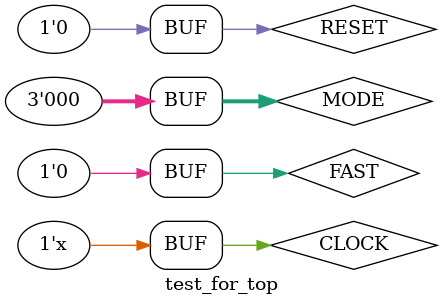
<source format=v>
`timescale 1ns / 1ps


module test_for_top;

	// Inputs
	reg CLOCK;
	reg RESET;
	reg [2:0] MODE;
	reg FAST;

	// Outputs
	wire [7:0] LED;
	
	// Instantiate the Unit Under Test (UUT)
	Top uut (
		.CLOCK(CLOCK), 
		.RESET(RESET), 
		.MODE(MODE), 
		.LED(LED), 
		.FAST(FAST)
	);
	always #10 CLOCK=~CLOCK;
	initial begin
		// Initialize Inputs
		CLOCK = 0;
		RESET = 1;
		MODE = 0;
		FAST = 0;

		// Wait 100 ns for global reset to finish
		#100;
      RESET = 0;  
		// Add stimulus here

	end
      
endmodule


</source>
